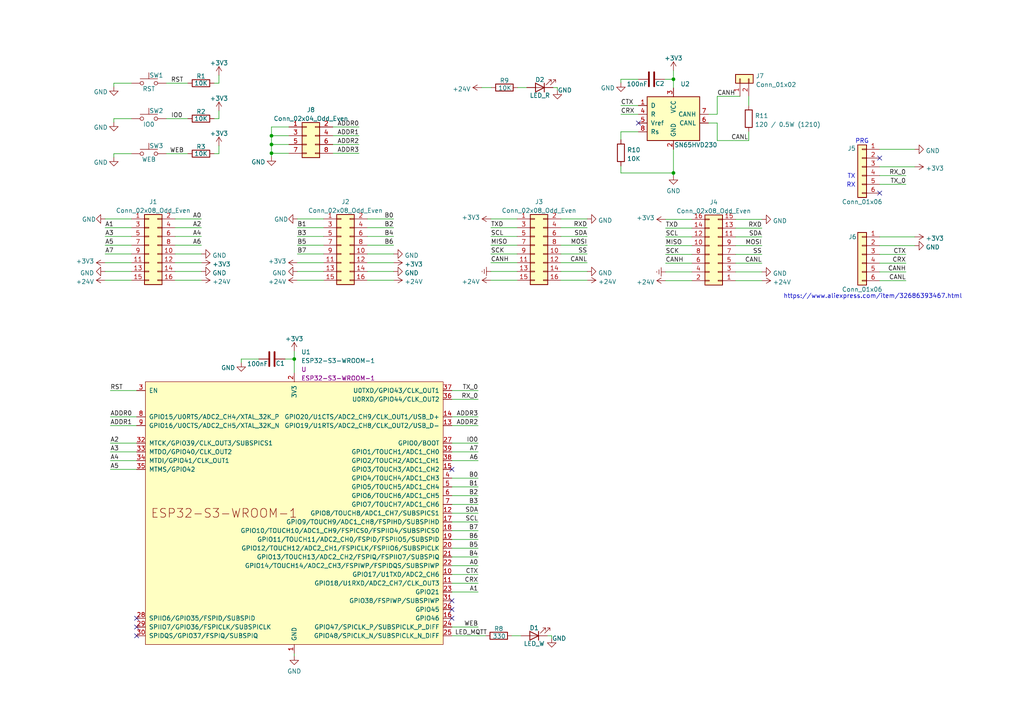
<source format=kicad_sch>
(kicad_sch (version 20211123) (generator eeschema)
  (paper "A4")
  (title_block (title "dvert") (date "2023-06-28") (rev "2.1") (company "www.iotvertebrae.com") (comment 1 "Mechanical design: Xavier Pi") (comment 2 "Circuit & PCB design: Jordi Binefa"))
  (lib_symbols
    (symbol "Connector_Generic:Conn_01x02" (pin_names (offset 1.016) hide)
      (property "Reference" "J" (at 0 2.54 0))
      (property "Value" "Conn_01x02" (at 0 -5.08 0))
      (symbol "Conn_01x02_1_1"
        (rectangle (start -1.27 -2.413) (end 0 -2.667) (stroke (width 0.1524)))
        (rectangle (start -1.27 0.127) (end 0 -0.127) (stroke (width 0.1524)))
        (rectangle (start -1.27 1.27) (end 1.27 -3.81) (stroke (width 0.254)) (fill (type background)))
        (pin passive line (at -5.08 0 0) (length 3.81) (name "Pin_1") (number "1"))
        (pin passive line (at -5.08 -2.54 0) (length 3.81) (name "Pin_2") (number "2"))
      )
    )
    (symbol "Connector_Generic:Conn_01x06" (pin_names (offset 1.016) hide)
      (property "Reference" "J" (at 0 7.62 0))
      (property "Value" "Conn_01x06" (at 0 -10.16 0))
      (symbol "Conn_01x06_1_1"
        (rectangle (start -1.27 -7.493) (end 0 -7.747) (stroke (width 0.1524)))
        (rectangle (start -1.27 -4.953) (end 0 -5.207) (stroke (width 0.1524)))
        (rectangle (start -1.27 -2.413) (end 0 -2.667) (stroke (width 0.1524)))
        (rectangle (start -1.27 0.127) (end 0 -0.127) (stroke (width 0.1524)))
        (rectangle (start -1.27 2.667) (end 0 2.413) (stroke (width 0.1524)))
        (rectangle (start -1.27 5.207) (end 0 4.953) (stroke (width 0.1524)))
        (rectangle (start -1.27 6.35) (end 1.27 -8.89) (stroke (width 0.254)) (fill (type background)))
        (pin passive line (at -5.08 5.08 0) (length 3.81) (name "Pin_1") (number "1"))
        (pin passive line (at -5.08 2.54 0) (length 3.81) (name "Pin_2") (number "2"))
        (pin passive line (at -5.08 0 0) (length 3.81) (name "Pin_3") (number "3"))
        (pin passive line (at -5.08 -2.54 0) (length 3.81) (name "Pin_4") (number "4"))
        (pin passive line (at -5.08 -5.08 0) (length 3.81) (name "Pin_5") (number "5"))
        (pin passive line (at -5.08 -7.62 0) (length 3.81) (name "Pin_6") (number "6"))
      )
    )
    (symbol "Connector_Generic:Conn_02x04_Odd_Even" (pin_names (offset 1.016) hide)
      (property "Reference" "J" (at 1.27 5.08 0))
      (property "Value" "Conn_02x04_Odd_Even" (at 1.27 -7.62 0))
      (symbol "Conn_02x04_Odd_Even_1_1"
        (rectangle (start -1.27 -4.953) (end 0 -5.207) (stroke (width 0.1524)))
        (rectangle (start -1.27 -2.413) (end 0 -2.667) (stroke (width 0.1524)))
        (rectangle (start -1.27 0.127) (end 0 -0.127) (stroke (width 0.1524)))
        (rectangle (start -1.27 2.667) (end 0 2.413) (stroke (width 0.1524)))
        (rectangle (start -1.27 3.81) (end 3.81 -6.35) (stroke (width 0.254)) (fill (type background)))
        (rectangle (start 3.81 -4.953) (end 2.54 -5.207) (stroke (width 0.1524)))
        (rectangle (start 3.81 -2.413) (end 2.54 -2.667) (stroke (width 0.1524)))
        (rectangle (start 3.81 0.127) (end 2.54 -0.127) (stroke (width 0.1524)))
        (rectangle (start 3.81 2.667) (end 2.54 2.413) (stroke (width 0.1524)))
        (pin passive line (at -5.08 2.54 0) (length 3.81) (name "Pin_1") (number "1"))
        (pin passive line (at 7.62 2.54 180) (length 3.81) (name "Pin_2") (number "2"))
        (pin passive line (at -5.08 0 0) (length 3.81) (name "Pin_3") (number "3"))
        (pin passive line (at 7.62 0 180) (length 3.81) (name "Pin_4") (number "4"))
        (pin passive line (at -5.08 -2.54 0) (length 3.81) (name "Pin_5") (number "5"))
        (pin passive line (at 7.62 -2.54 180) (length 3.81) (name "Pin_6") (number "6"))
        (pin passive line (at -5.08 -5.08 0) (length 3.81) (name "Pin_7") (number "7"))
        (pin passive line (at 7.62 -5.08 180) (length 3.81) (name "Pin_8") (number "8"))
      )
    )
    (symbol "Connector_Generic:Conn_02x08_Odd_Even" (pin_names (offset 1.016) hide)
      (property "Reference" "J" (at 1.27 10.16 0))
      (property "Value" "Conn_02x08_Odd_Even" (at 1.27 -12.7 0))
      (symbol "Conn_02x08_Odd_Even_1_1"
        (rectangle (start -1.27 -10.033) (end 0 -10.287) (stroke (width 0.1524)))
        (rectangle (start -1.27 -7.493) (end 0 -7.747) (stroke (width 0.1524)))
        (rectangle (start -1.27 -4.953) (end 0 -5.207) (stroke (width 0.1524)))
        (rectangle (start -1.27 -2.413) (end 0 -2.667) (stroke (width 0.1524)))
        (rectangle (start -1.27 0.127) (end 0 -0.127) (stroke (width 0.1524)))
        (rectangle (start -1.27 2.667) (end 0 2.413) (stroke (width 0.1524)))
        (rectangle (start -1.27 5.207) (end 0 4.953) (stroke (width 0.1524)))
        (rectangle (start -1.27 7.747) (end 0 7.493) (stroke (width 0.1524)))
        (rectangle (start -1.27 8.89) (end 3.81 -11.43) (stroke (width 0.254)) (fill (type background)))
        (rectangle (start 3.81 -10.033) (end 2.54 -10.287) (stroke (width 0.1524)))
        (rectangle (start 3.81 -7.493) (end 2.54 -7.747) (stroke (width 0.1524)))
        (rectangle (start 3.81 -4.953) (end 2.54 -5.207) (stroke (width 0.1524)))
        (rectangle (start 3.81 -2.413) (end 2.54 -2.667) (stroke (width 0.1524)))
        (rectangle (start 3.81 0.127) (end 2.54 -0.127) (stroke (width 0.1524)))
        (rectangle (start 3.81 2.667) (end 2.54 2.413) (stroke (width 0.1524)))
        (rectangle (start 3.81 5.207) (end 2.54 4.953) (stroke (width 0.1524)))
        (rectangle (start 3.81 7.747) (end 2.54 7.493) (stroke (width 0.1524)))
        (pin passive line (at -5.08 7.62 0) (length 3.81) (name "Pin_1") (number "1"))
        (pin passive line (at 7.62 -2.54 180) (length 3.81) (name "Pin_10") (number "10"))
        (pin passive line (at -5.08 -5.08 0) (length 3.81) (name "Pin_11") (number "11"))
        (pin passive line (at 7.62 -5.08 180) (length 3.81) (name "Pin_12") (number "12"))
        (pin passive line (at -5.08 -7.62 0) (length 3.81) (name "Pin_13") (number "13"))
        (pin passive line (at 7.62 -7.62 180) (length 3.81) (name "Pin_14") (number "14"))
        (pin passive line (at -5.08 -10.16 0) (length 3.81) (name "Pin_15") (number "15"))
        (pin passive line (at 7.62 -10.16 180) (length 3.81) (name "Pin_16") (number "16"))
        (pin passive line (at 7.62 7.62 180) (length 3.81) (name "Pin_2") (number "2"))
        (pin passive line (at -5.08 5.08 0) (length 3.81) (name "Pin_3") (number "3"))
        (pin passive line (at 7.62 5.08 180) (length 3.81) (name "Pin_4") (number "4"))
        (pin passive line (at -5.08 2.54 0) (length 3.81) (name "Pin_5") (number "5"))
        (pin passive line (at 7.62 2.54 180) (length 3.81) (name "Pin_6") (number "6"))
        (pin passive line (at -5.08 0 0) (length 3.81) (name "Pin_7") (number "7"))
        (pin passive line (at 7.62 0 180) (length 3.81) (name "Pin_8") (number "8"))
        (pin passive line (at -5.08 -2.54 0) (length 3.81) (name "Pin_9") (number "9"))
      )
    )
    (symbol "Device:C" (pin_numbers hide) (pin_names (offset 0.254))
      (property "Reference" "C" (at 0.635 2.54 0))
      (property "Value" "C" (at 0.635 -2.54 0))
      (symbol "C_0_1"
        (polyline (pts (xy -2.032 -0.762) (xy 2.032 -0.762)) (stroke (width 0.508)))
        (polyline (pts (xy -2.032 0.762) (xy 2.032 0.762)) (stroke (width 0.508)))
      )
      (symbol "C_1_1"
        (pin passive line (at 0 3.81 270) (length 2.794) (name "~") (number "1"))
        (pin passive line (at 0 -3.81 90) (length 2.794) (name "~") (number "2"))
      )
    )
    (symbol "Device:LED" (pin_numbers hide) (pin_names (offset 1.016) hide)
      (property "Reference" "D" (at 0 2.54 0))
      (property "Value" "LED" (at 0 -2.54 0))
      (symbol "LED_0_1"
        (polyline (pts (xy -1.27 -1.27) (xy -1.27 1.27)) (stroke (width 0.254)))
        (polyline (pts (xy -1.27 0) (xy 1.27 0)))
        (polyline (pts (xy 1.27 -1.27) (xy 1.27 1.27) (xy -1.27 0) (xy 1.27 -1.27)) (stroke (width 0.254)))
        (polyline (pts (xy -3.048 -0.762) (xy -4.572 -2.286) (xy -3.81 -2.286) (xy -4.572 -2.286) (xy -4.572 -1.524)))
        (polyline (pts (xy -1.778 -0.762) (xy -3.302 -2.286) (xy -2.54 -2.286) (xy -3.302 -2.286) (xy -3.302 -1.524)))
      )
      (symbol "LED_1_1"
        (pin passive line (at -3.81 0 0) (length 2.54) (name "K") (number "1"))
        (pin passive line (at 3.81 0 180) (length 2.54) (name "A") (number "2"))
      )
    )
    (symbol "Device:R" (pin_numbers hide) (pin_names (offset 0))
      (property "Reference" "R" (at 2.032 0 90))
      (property "Value" "R" (at 0 0 90))
      (symbol "R_0_1"
        (rectangle (start -1.016 -2.54) (end 1.016 2.54) (stroke (width 0.254)))
      )
      (symbol "R_1_1"
        (pin passive line (at 0 3.81 270) (length 1.27) (name "~") (number "1"))
        (pin passive line (at 0 -3.81 90) (length 1.27) (name "~") (number "2"))
      )
    )
    (symbol "Espressif:ESP32-S3-WROOM-1" (pin_names (offset 1.016))
      (property "Value" "ESP32-S3-WROOM-1" (at 0 0 0))
      (property "Reference_1" "U" (at -43.18 43.18 0))
      (property "Value_1" "ESP32-S3-WROOM-1" (at -43.18 40.64 0))
      (symbol "ESP32-S3-WROOM-1_0_0"
        (text "ESP32-S3-WROOM-1" (at -20.32 0 0) (effects (font (size 2.54 2.54))))
        (pin power_in line (at 0 -40.64 90) (length 2.54) (name "GND") (number "1"))
        (pin bidirectional line (at 45.72 -17.78 180) (length 2.54) (name "GPIO17/U1TXD/ADC2_CH6") (number "10"))
        (pin bidirectional line (at 45.72 -20.32 180) (length 2.54) (name "GPIO18/U1RXD/ADC2_CH7/CLK_OUT3") (number "11"))
        (pin bidirectional line (at 45.72 0 180) (length 2.54) (name "GPIO8/TOUCH8/ADC1_CH7/SUBSPICS1") (number "12"))
        (pin bidirectional line (at 45.72 25.4 180) (length 2.54) (name "GPIO19/U1RTS/ADC2_CH8/CLK_OUT2/USB_D-") (number "13"))
        (pin bidirectional line (at 45.72 27.94 180) (length 2.54) (name "GPIO20/U1CTS/ADC2_CH9/CLK_OUT1/USB_D+") (number "14"))
        (pin bidirectional line (at 45.72 12.7 180) (length 2.54) (name "GPIO3/TOUCH3/ADC1_CH2") (number "15"))
        (pin bidirectional line (at 45.72 -30.48 180) (length 2.54) (name "GPIO46") (number "16"))
        (pin bidirectional line (at 45.72 -2.54 180) (length 2.54) (name "GPIO9/TOUCH9/ADC1_CH8/FSPIHD/SUBSPIHD") (number "17"))
        (pin bidirectional line (at 45.72 -5.08 180) (length 2.54) (name "GPIO10/TOUCH10/ADC1_CH9/FSPICS0/FSPIIO4/SUBSPICS0") (number "18"))
        (pin bidirectional line (at 45.72 -7.62 180) (length 2.54) (name "GPIO11/TOUCH11/ADC2_CH0/FSPID/FSPIIO5/SUBSPID") (number "19"))
        (pin power_in line (at 0 40.64 270) (length 2.54) (name "3V3") (number "2"))
        (pin bidirectional line (at 45.72 -10.16 180) (length 2.54) (name "GPIO12/TOUCH12/ADC2_CH1/FSPICLK/FSPIIO6/SUBSPICLK") (number "20"))
        (pin bidirectional line (at 45.72 -12.7 180) (length 2.54) (name "GPIO13/TOUCH13/ADC2_CH2/FSPIQ/FSPIIO7/SUBSPIQ") (number "21"))
        (pin bidirectional line (at 45.72 -15.24 180) (length 2.54) (name "GPIO14/TOUCH14/ADC2_CH3/FSPIWP/FSPIDQS/SUBSPIWP") (number "22"))
        (pin bidirectional line (at 45.72 -22.86 180) (length 2.54) (name "GPIO21") (number "23"))
        (pin bidirectional line (at 45.72 -33.02 180) (length 2.54) (name "GPIO47/SPICLK_P/SUBSPICLK_P_DIFF") (number "24"))
        (pin bidirectional line (at 45.72 -35.56 180) (length 2.54) (name "GPIO48/SPICLK_N/SUBSPICLK_N_DIFF") (number "25"))
        (pin bidirectional line (at 45.72 -27.94 180) (length 2.54) (name "GPIO45") (number "26"))
        (pin bidirectional line (at 45.72 20.32 180) (length 2.54) (name "GPIO0/BOOT") (number "27"))
        (pin bidirectional line (at -45.72 -30.48 0) (length 2.54) (name "SPIIO6/GPIO35/FSPID/SUBSPID") (number "28"))
        (pin bidirectional line (at -45.72 -33.02 0) (length 2.54) (name "SPIIO7/GPIO36/FSPICLK/SUBSPICLK") (number "29"))
        (pin input line (at -45.72 35.56 0) (length 2.54) (name "EN") (number "3"))
        (pin bidirectional line (at -45.72 -35.56 0) (length 2.54) (name "SPIDQS/GPIO37/FSPIQ/SUBSPIQ") (number "30"))
        (pin bidirectional line (at 45.72 -25.4 180) (length 2.54) (name "GPIO38/FSPIWP/SUBSPIWP") (number "31"))
        (pin bidirectional line (at -45.72 20.32 0) (length 2.54) (name "MTCK/GPIO39/CLK_OUT3/SUBSPICS1") (number "32"))
        (pin bidirectional line (at -45.72 17.78 0) (length 2.54) (name "MTDO/GPIO40/CLK_OUT2") (number "33"))
        (pin bidirectional line (at -45.72 15.24 0) (length 2.54) (name "MTDI/GPIO41/CLK_OUT1") (number "34"))
        (pin bidirectional line (at -45.72 12.7 0) (length 2.54) (name "MTMS/GPIO42") (number "35"))
        (pin bidirectional line (at 45.72 33.02 180) (length 2.54) (name "U0RXD/GPIO44/CLK_OUT2") (number "36"))
        (pin bidirectional line (at 45.72 35.56 180) (length 2.54) (name "U0TXD/GPIO43/CLK_OUT1") (number "37"))
        (pin bidirectional line (at 45.72 15.24 180) (length 2.54) (name "GPIO2/TOUCH2/ADC1_CH1") (number "38"))
        (pin bidirectional line (at 45.72 17.78 180) (length 2.54) (name "GPIO1/TOUCH1/ADC1_CH0") (number "39"))
        (pin bidirectional line (at 45.72 10.16 180) (length 2.54) (name "GPIO4/TOUCH4/ADC1_CH3") (number "4"))
        (pin passive line (at 0 -40.64 90) (length 2.54) hide (name "GND") (number "40"))
        (pin passive line (at 0 -40.64 90) (length 2.54) hide (name "GND") (number "41"))
        (pin bidirectional line (at 45.72 7.62 180) (length 2.54) (name "GPIO5/TOUCH5/ADC1_CH4") (number "5"))
        (pin bidirectional line (at 45.72 5.08 180) (length 2.54) (name "GPIO6/TOUCH6/ADC1_CH5") (number "6"))
        (pin bidirectional line (at 45.72 2.54 180) (length 2.54) (name "GPIO7/TOUCH7/ADC1_CH6") (number "7"))
        (pin bidirectional line (at -45.72 27.94 0) (length 2.54) (name "GPIO15/U0RTS/ADC2_CH4/XTAL_32K_P") (number "8"))
        (pin bidirectional line (at -45.72 25.4 0) (length 2.54) (name "GPIO16/U0CTS/ADC2_CH5/XTAL_32K_N") (number "9"))
      )
      (symbol "ESP32-S3-WROOM-1_0_1"
        (rectangle (start -43.18 38.1) (end 43.18 -38.1) (fill (type background)))
      )
    )
    (symbol "Interface_CAN_LIN:SN65HVD230" (pin_names (offset 1.016))
      (property "Reference" "U" (at -2.54 10.16 0))
      (property "Value" "SN65HVD230" (at -2.54 7.62 0))
      (symbol "SN65HVD230_0_1"
        (rectangle (start -7.62 5.08) (end 7.62 -7.62) (stroke (width 0.254)) (fill (type background)))
      )
      (symbol "SN65HVD230_1_1"
        (pin input line (at -10.16 2.54 0) (length 2.54) (name "D") (number "1"))
        (pin power_in line (at 0 -10.16 90) (length 2.54) (name "GND") (number "2"))
        (pin power_in line (at 0 7.62 270) (length 2.54) (name "VCC") (number "3"))
        (pin output line (at -10.16 0 0) (length 2.54) (name "R") (number "4"))
        (pin output line (at -10.16 -2.54 0) (length 2.54) (name "Vref") (number "5"))
        (pin bidirectional line (at 10.16 -2.54 180) (length 2.54) (name "CANL") (number "6"))
        (pin bidirectional line (at 10.16 0 180) (length 2.54) (name "CANH") (number "7"))
        (pin input line (at -10.16 -5.08 0) (length 2.54) (name "Rs") (number "8"))
      )
    )
    (symbol "Switch:SW_Push" (pin_numbers hide) (pin_names (offset 1.016) hide)
      (property "Reference" "SW" (at 1.27 2.54 0))
      (property "Value" "SW_Push" (at 0 -1.524 0))
      (symbol "SW_Push_0_1"
        (circle (center -2.032 0) (radius 0.508))
        (polyline (pts (xy 0 1.27) (xy 0 3.048)))
        (polyline (pts (xy 2.54 1.27) (xy -2.54 1.27)))
        (circle (center 2.032 0) (radius 0.508))
        (pin passive line (at -5.08 0 0) (length 2.54) (name "1") (number "1"))
        (pin passive line (at 5.08 0 180) (length 2.54) (name "2") (number "2"))
      )
    )
    (symbol "power:+24V" (power) (pin_names (offset 0))
      (property "Value" "+24V" (at 0 3.556 0))
      (symbol "+24V_0_1"
        (polyline (pts (xy -0.762 1.27) (xy 0 2.54)))
        (polyline (pts (xy 0 0) (xy 0 2.54)))
        (polyline (pts (xy 0 2.54) (xy 0.762 1.27)))
      )
      (symbol "+24V_1_1"
        (pin power_in line (at 0 0 90) (length 0) hide (name "+24V") (number "1"))
      )
    )
    (symbol "power:+3V3" (power) (pin_names (offset 0))
      (property "Value" "+3V3" (at 0 3.556 0))
      (symbol "+3V3_0_1"
        (polyline (pts (xy -0.762 1.27) (xy 0 2.54)))
        (polyline (pts (xy 0 0) (xy 0 2.54)))
        (polyline (pts (xy 0 2.54) (xy 0.762 1.27)))
      )
      (symbol "+3V3_1_1"
        (pin power_in line (at 0 0 90) (length 0) hide (name "+3V3") (number "1"))
      )
    )
    (symbol "power:Earth" (power) (pin_names (offset 0))
      (symbol "Earth_0_1"
        (polyline (pts (xy -0.635 -1.905) (xy 0.635 -1.905)))
        (polyline (pts (xy -0.127 -2.54) (xy 0.127 -2.54)))
        (polyline (pts (xy 0 -1.27) (xy 0 0)))
        (polyline (pts (xy 1.27 -1.27) (xy -1.27 -1.27)))
      )
      (symbol "Earth_1_1"
        (pin power_in line (at 0 0 270) (length 0) hide (name "Earth") (number "1"))
      )
    )
    (symbol "power:GND" (power) (pin_names (offset 0))
      (property "Value" "GND" (at 0 -3.81 0))
      (symbol "GND_0_1"
        (polyline (pts (xy 0 0) (xy 0 -1.27) (xy 1.27 -1.27) (xy 0 -2.54) (xy -1.27 -1.27) (xy 0 -1.27)))
      )
      (symbol "GND_1_1"
        (pin power_in line (at 0 0 270) (length 0) hide (name "GND") (number "1"))
      )
    )
  )
  (junction (at 195.326 50.165))
  (junction (at 78.74 39.37))
  (junction (at 85.344 104.14))
  (junction (at 78.74 44.45))
  (junction (at 195.326 22.987))
  (junction (at 78.74 41.91))
  (no_connect (at 131.064 136.144))
  (no_connect (at 39.624 179.324))
  (no_connect (at 131.064 174.244))
  (no_connect (at 255.143 45.847))
  (no_connect (at 255.143 56.007))
  (no_connect (at 39.624 184.404))
  (no_connect (at 39.624 181.864))
  (no_connect (at 131.064 176.784))
  (no_connect (at 131.064 179.324))
  (no_connect (at 185.166 35.687))
  (wire (pts (xy 78.74 44.45) (xy 83.82 44.45)))
  (wire (pts (xy 48.26 24.13) (xy 54.483 24.13)))
  (wire (pts (xy 149.987 66.04) (xy 142.367 66.04)))
  (wire (pts (xy 160.02 184.404) (xy 160.02 185.166)))
  (wire (pts (xy 195.326 22.987) (xy 195.326 25.527)))
  (wire (pts (xy 200.66 63.627) (xy 193.04 63.627)))
  (wire (pts (xy 170.307 81.28) (xy 162.687 81.28)))
  (wire (pts (xy 33.02 34.417) (xy 33.02 35.433)))
  (wire (pts (xy 131.064 184.404) (xy 140.843 184.404)))
  (wire (pts (xy 220.98 81.407) (xy 213.36 81.407)))
  (wire (pts (xy 63.5 42.291) (xy 63.5 44.577)))
  (wire (pts (xy 85.344 104.14) (xy 85.344 108.204)))
  (wire (pts (xy 200.66 81.407) (xy 193.04 81.407)))
  (wire (pts (xy 33.02 44.577) (xy 33.02 45.593)))
  (wire (pts (xy 50.8 76.2) (xy 58.42 76.2)))
  (wire (pts (xy 32.004 123.444) (xy 39.624 123.444)))
  (wire (pts (xy 170.307 78.74) (xy 162.687 78.74)))
  (wire (pts (xy 58.42 68.58) (xy 50.8 68.58)))
  (wire (pts (xy 58.42 63.5) (xy 50.8 63.5)))
  (wire (pts (xy 170.307 73.66) (xy 162.687 73.66)))
  (wire (pts (xy 96.52 44.45) (xy 104.14 44.45)))
  (wire (pts (xy 200.66 76.327) (xy 193.04 76.327)))
  (wire (pts (xy 149.987 73.66) (xy 142.367 73.66)))
  (wire (pts (xy 131.064 131.064) (xy 138.684 131.064)))
  (wire (pts (xy 93.853 66.04) (xy 86.233 66.04)))
  (wire (pts (xy 69.977 104.14) (xy 69.977 105.156)))
  (wire (pts (xy 78.74 41.91) (xy 78.74 44.45)))
  (wire (pts (xy 78.74 41.91) (xy 83.82 41.91)))
  (wire (pts (xy 93.853 63.5) (xy 86.233 63.5)))
  (wire (pts (xy 255.143 53.467) (xy 262.763 53.467)))
  (wire (pts (xy 255.143 43.307) (xy 265.303 43.307)))
  (wire (pts (xy 93.853 78.74) (xy 86.233 78.74)))
  (wire (pts (xy 149.987 63.5) (xy 142.367 63.5)))
  (wire (pts (xy 82.677 104.14) (xy 85.344 104.14)))
  (wire (pts (xy 131.064 166.624) (xy 138.684 166.624)))
  (wire (pts (xy 180.086 22.987) (xy 180.086 24.003)))
  (wire (pts (xy 131.064 159.004) (xy 138.684 159.004)))
  (wire (pts (xy 58.42 71.12) (xy 50.8 71.12)))
  (wire (pts (xy 185.166 22.987) (xy 180.086 22.987)))
  (wire (pts (xy 78.74 36.83) (xy 78.74 39.37)))
  (wire (pts (xy 220.98 63.627) (xy 213.36 63.627)))
  (wire (pts (xy 131.064 143.764) (xy 138.684 143.764)))
  (wire (pts (xy 205.486 33.147) (xy 208.026 33.147)))
  (wire (pts (xy 131.064 164.084) (xy 138.684 164.084)))
  (wire (pts (xy 96.52 39.37) (xy 104.14 39.37)))
  (wire (pts (xy 96.52 36.83) (xy 104.14 36.83)))
  (wire (pts (xy 62.103 34.417) (xy 63.5 34.417)))
  (wire (pts (xy 131.064 141.224) (xy 138.684 141.224)))
  (wire (pts (xy 255.143 68.707) (xy 265.303 68.707)))
  (wire (pts (xy 255.143 78.867) (xy 262.763 78.867)))
  (wire (pts (xy 58.42 66.04) (xy 50.8 66.04)))
  (wire (pts (xy 255.143 71.247) (xy 265.303 71.247)))
  (wire (pts (xy 62.103 44.577) (xy 63.5 44.577)))
  (wire (pts (xy 200.66 78.867) (xy 193.04 78.867)))
  (wire (pts (xy 220.98 68.707) (xy 213.36 68.707)))
  (wire (pts (xy 38.1 24.13) (xy 33.02 24.13)))
  (wire (pts (xy 149.987 78.74) (xy 142.367 78.74)))
  (wire (pts (xy 58.42 81.28) (xy 50.8 81.28)))
  (wire (pts (xy 38.1 66.04) (xy 30.48 66.04)))
  (wire (pts (xy 180.086 30.607) (xy 185.166 30.607)))
  (wire (pts (xy 38.1 71.12) (xy 30.48 71.12)))
  (wire (pts (xy 32.004 133.604) (xy 39.624 133.604)))
  (wire (pts (xy 170.307 63.5) (xy 162.687 63.5)))
  (wire (pts (xy 131.064 133.604) (xy 138.684 133.604)))
  (wire (pts (xy 160.401 25.4) (xy 161.671 25.4)))
  (wire (pts (xy 180.086 48.133) (xy 180.086 50.165)))
  (wire (pts (xy 63.5 32.131) (xy 63.5 34.417)))
  (wire (pts (xy 38.1 63.5) (xy 30.48 63.5)))
  (wire (pts (xy 131.064 171.704) (xy 138.684 171.704)))
  (wire (pts (xy 131.064 169.164) (xy 138.684 169.164)))
  (wire (pts (xy 114.173 66.04) (xy 106.553 66.04)))
  (wire (pts (xy 180.086 33.147) (xy 185.166 33.147)))
  (wire (pts (xy 131.064 161.544) (xy 138.684 161.544)))
  (wire (pts (xy 208.026 40.767) (xy 208.026 35.687)))
  (wire (pts (xy 32.004 131.064) (xy 39.624 131.064)))
  (wire (pts (xy 200.66 73.787) (xy 193.04 73.787)))
  (wire (pts (xy 200.66 66.167) (xy 193.04 66.167)))
  (wire (pts (xy 32.004 113.284) (xy 39.624 113.284)))
  (wire (pts (xy 38.1 68.58) (xy 30.48 68.58)))
  (wire (pts (xy 131.064 151.384) (xy 138.684 151.384)))
  (wire (pts (xy 255.143 76.327) (xy 262.763 76.327)))
  (wire (pts (xy 48.26 34.417) (xy 54.483 34.417)))
  (wire (pts (xy 208.026 27.94) (xy 208.026 33.147)))
  (wire (pts (xy 58.42 73.66) (xy 50.8 73.66)))
  (wire (pts (xy 78.74 39.37) (xy 83.82 39.37)))
  (wire (pts (xy 114.173 63.5) (xy 106.553 63.5)))
  (wire (pts (xy 149.987 68.58) (xy 142.367 68.58)))
  (wire (pts (xy 85.344 189.484) (xy 85.344 190.246)))
  (wire (pts (xy 220.98 78.867) (xy 213.36 78.867)))
  (wire (pts (xy 38.1 76.2) (xy 30.48 76.2)))
  (wire (pts (xy 114.173 73.66) (xy 106.553 73.66)))
  (wire (pts (xy 255.143 48.387) (xy 265.303 48.387)))
  (wire (pts (xy 48.26 44.577) (xy 54.483 44.577)))
  (wire (pts (xy 114.173 71.12) (xy 106.553 71.12)))
  (wire (pts (xy 131.064 115.824) (xy 138.684 115.824)))
  (wire (pts (xy 63.5 21.844) (xy 63.5 24.13)))
  (wire (pts (xy 32.004 120.904) (xy 39.624 120.904)))
  (wire (pts (xy 131.064 120.904) (xy 138.684 120.904)))
  (wire (pts (xy 93.853 76.2) (xy 86.233 76.2)))
  (wire (pts (xy 170.307 68.58) (xy 162.687 68.58)))
  (wire (pts (xy 114.173 78.74) (xy 106.553 78.74)))
  (wire (pts (xy 195.326 20.447) (xy 195.326 22.987)))
  (wire (pts (xy 38.1 73.66) (xy 30.48 73.66)))
  (wire (pts (xy 195.326 50.165) (xy 195.326 50.927)))
  (wire (pts (xy 38.1 34.417) (xy 33.02 34.417)))
  (wire (pts (xy 255.143 73.787) (xy 262.763 73.787)))
  (wire (pts (xy 85.344 101.854) (xy 85.344 104.14)))
  (wire (pts (xy 208.026 35.687) (xy 205.486 35.687)))
  (wire (pts (xy 208.026 40.767) (xy 217.17 40.767)))
  (wire (pts (xy 83.82 36.83) (xy 78.74 36.83)))
  (wire (pts (xy 255.143 81.407) (xy 262.763 81.407)))
  (wire (pts (xy 96.52 41.91) (xy 104.14 41.91)))
  (wire (pts (xy 114.173 68.58) (xy 106.553 68.58)))
  (wire (pts (xy 195.326 43.307) (xy 195.326 50.165)))
  (wire (pts (xy 131.064 123.444) (xy 138.684 123.444)))
  (wire (pts (xy 185.166 38.227) (xy 180.086 38.227)))
  (wire (pts (xy 78.74 39.37) (xy 78.74 41.91)))
  (wire (pts (xy 93.853 71.12) (xy 86.233 71.12)))
  (wire (pts (xy 131.064 148.844) (xy 138.684 148.844)))
  (wire (pts (xy 255.143 50.927) (xy 262.763 50.927)))
  (wire (pts (xy 131.064 156.464) (xy 138.684 156.464)))
  (wire (pts (xy 213.36 76.327) (xy 220.98 76.327)))
  (wire (pts (xy 106.553 76.2) (xy 114.173 76.2)))
  (wire (pts (xy 217.17 38.227) (xy 217.17 40.767)))
  (wire (pts (xy 149.987 76.2) (xy 142.367 76.2)))
  (wire (pts (xy 200.66 71.247) (xy 193.04 71.247)))
  (wire (pts (xy 75.057 104.14) (xy 69.977 104.14)))
  (wire (pts (xy 93.853 81.28) (xy 86.233 81.28)))
  (wire (pts (xy 93.853 73.66) (xy 86.233 73.66)))
  (wire (pts (xy 58.42 78.74) (xy 50.8 78.74)))
  (wire (pts (xy 131.064 153.924) (xy 138.684 153.924)))
  (wire (pts (xy 33.02 24.13) (xy 33.02 25.146)))
  (wire (pts (xy 217.17 27.94) (xy 217.17 30.607)))
  (wire (pts (xy 220.98 71.247) (xy 213.36 71.247)))
  (wire (pts (xy 158.75 184.404) (xy 160.02 184.404)))
  (wire (pts (xy 192.786 22.987) (xy 195.326 22.987)))
  (wire (pts (xy 131.064 113.284) (xy 138.684 113.284)))
  (wire (pts (xy 170.307 66.04) (xy 162.687 66.04)))
  (wire (pts (xy 38.1 78.74) (xy 30.48 78.74)))
  (wire (pts (xy 131.064 128.524) (xy 138.684 128.524)))
  (wire (pts (xy 170.307 71.12) (xy 162.687 71.12)))
  (wire (pts (xy 214.63 27.94) (xy 208.026 27.94)))
  (wire (pts (xy 220.98 73.787) (xy 213.36 73.787)))
  (wire (pts (xy 149.987 71.12) (xy 142.367 71.12)))
  (wire (pts (xy 200.66 68.707) (xy 193.04 68.707)))
  (wire (pts (xy 220.98 66.167) (xy 213.36 66.167)))
  (wire (pts (xy 162.687 76.2) (xy 170.307 76.2)))
  (wire (pts (xy 149.987 81.28) (xy 142.367 81.28)))
  (wire (pts (xy 150.114 25.4) (xy 152.781 25.4)))
  (wire (pts (xy 180.086 38.227) (xy 180.086 40.513)))
  (wire (pts (xy 161.671 25.4) (xy 161.671 26.162)))
  (wire (pts (xy 62.103 24.13) (xy 63.5 24.13)))
  (wire (pts (xy 131.064 181.864) (xy 138.684 181.864)))
  (wire (pts (xy 180.086 50.165) (xy 195.326 50.165)))
  (wire (pts (xy 38.1 44.577) (xy 33.02 44.577)))
  (wire (pts (xy 38.1 81.28) (xy 30.48 81.28)))
  (wire (pts (xy 131.064 146.304) (xy 138.684 146.304)))
  (wire (pts (xy 32.004 128.524) (xy 39.624 128.524)))
  (wire (pts (xy 78.74 44.45) (xy 78.74 45.466)))
  (wire (pts (xy 93.853 68.58) (xy 86.233 68.58)))
  (wire (pts (xy 139.7 25.4) (xy 142.494 25.4)))
  (wire (pts (xy 32.004 136.144) (xy 39.624 136.144)))
  (wire (pts (xy 131.064 138.684) (xy 138.684 138.684)))
  (wire (pts (xy 114.173 81.28) (xy 106.553 81.28)))
  (wire (pts (xy 148.463 184.404) (xy 151.13 184.404)))
  (text "RX" (at 245.491 54.483 0) (effects (font (size 1.27 1.27)) (justify left bottom)))
  (text "https://www.aliexpress.com/item/32686393467.html" (at 227.203 86.741 0) (effects (font (size 1.27 1.27)) (justify left bottom)))
  (text "TX" (at 245.745 51.943 0) (effects (font (size 1.27 1.27)) (justify left bottom)))
  (text "PRG" (at 248.031 41.783 0) (effects (font (size 1.27 1.27)) (justify left bottom)))
  (label "SCK" (at 142.367 73.66 0))
  (label "A4" (at 32.004 133.604 0))
  (label "CANH" (at 193.04 76.327 0))
  (label "A5" (at 30.48 71.12 0))
  (label "TXD" (at 193.04 66.167 0))
  (label "RX_0" (at 138.684 115.824 180))
  (label "ADDR0" (at 104.14 36.83 180))
  (label "TXD" (at 142.367 66.04 0))
  (label "SS" (at 220.98 73.787 180))
  (label "CANH" (at 208.026 27.94 0))
  (label "B3" (at 86.233 68.58 0))
  (label "A0" (at 138.684 164.084 180))
  (label "B1" (at 86.233 66.04 0))
  (label "ADDR3" (at 138.684 120.904 180))
  (label "RXD" (at 220.98 66.167 180))
  (label "RST" (at 32.004 113.284 0))
  (label "TX_0" (at 138.684 113.284 180))
  (label "A5" (at 32.004 136.144 0))
  (label "ADDR1" (at 104.14 39.37 180))
  (label "A6" (at 58.42 71.12 180))
  (label "B6" (at 114.173 71.12 180))
  (label "ADDR2" (at 138.684 123.444 180))
  (label "A1" (at 30.48 66.04 0))
  (label "ADDR2" (at 104.14 41.91 180))
  (label "A1" (at 138.684 171.704 180))
  (label "SCL" (at 193.04 68.707 0))
  (label "RST" (at 53.213 24.13 180))
  (label "A3" (at 30.48 68.58 0))
  (label "A3" (at 32.004 131.064 0))
  (label "B5" (at 138.684 159.004 180))
  (label "A2" (at 32.004 128.524 0))
  (label "B4" (at 138.684 161.544 180))
  (label "A0" (at 58.42 63.5 180))
  (label "A2" (at 58.42 66.04 180))
  (label "LED_MQTT" (at 131.953 184.404 0))
  (label "B1" (at 138.684 141.224 180))
  (label "B6" (at 138.684 156.464 180))
  (label "MOSI" (at 170.307 71.12 180))
  (label "WEB" (at 138.684 181.864 180))
  (label "SCK" (at 193.04 73.787 0))
  (label "A7" (at 30.48 73.66 0))
  (label "IO0" (at 138.684 128.524 180))
  (label "B0" (at 138.684 138.684 180))
  (label "ADDR0" (at 32.004 120.904 0))
  (label "B4" (at 114.173 68.58 180))
  (label "CRX" (at 262.763 76.327 180))
  (label "B5" (at 86.233 71.12 0))
  (label "CRX" (at 180.086 33.147 0))
  (label "B0" (at 114.173 63.5 180))
  (label "A7" (at 138.684 131.064 180))
  (label "MISO" (at 142.367 71.12 0))
  (label "MOSI" (at 220.98 71.247 180))
  (label "CRX" (at 138.684 169.164 180))
  (label "SDA" (at 138.684 148.844 180))
  (label "RX_0" (at 262.763 50.927 180))
  (label "RXD" (at 170.307 66.04 180))
  (label "CANH" (at 142.367 76.2 0))
  (label "TX_0" (at 262.763 53.467 180))
  (label "CTX" (at 180.086 30.607 0))
  (label "A6" (at 138.684 133.604 180))
  (label "CANL" (at 170.307 76.2 180))
  (label "ADDR3" (at 104.14 44.45 180))
  (label "MISO" (at 193.04 71.247 0))
  (label "B2" (at 114.173 66.04 180))
  (label "B7" (at 86.233 73.66 0))
  (label "SDA" (at 220.98 68.707 180))
  (label "CTX" (at 262.763 73.787 180))
  (label "A4" (at 58.42 68.58 180))
  (label "SS" (at 170.307 73.66 180))
  (label "IO0" (at 52.959 34.417 180))
  (label "SCL" (at 138.684 151.384 180))
  (label "CANL" (at 220.98 76.327 180))
  (label "CANL" (at 212.09 40.767 0))
  (label "B7" (at 138.684 153.924 180))
  (label "B3" (at 138.684 146.304 180))
  (label "SDA" (at 170.307 68.58 180))
  (label "CANL" (at 262.763 81.407 180))
  (label "CTX" (at 138.684 166.624 180))
  (label "WEB" (at 53.34 44.577 180))
  (label "B2" (at 138.684 143.764 180))
  (label "CANH" (at 262.763 78.867 180))
  (label "SCL" (at 142.367 68.58 0))
  (label "ADDR1" (at 32.004 123.444 0))
  (symbol (lib_id "power:+3V3") (at 63.5 42.291 0) (unit 1)
    (property "Reference" "#PWR014" (effects hide))
    (property "Value" "+3V3" (at 63.5 38.7152 0))
  )
  (symbol (lib_id "power:+3V3") (at 58.42 76.2 270) (unit 1)
    (property "Reference" "#PWR09" (effects hide))
    (property "Value" "+3V3" (at 61.595 76.6338 90) (effects (justify left)))
  )
  (symbol (lib_id "Connector_Generic:Conn_02x04_Odd_Even") (at 88.9 39.37 0) (unit 1)
    (property "Reference" "J8" (at 90.17 31.8602 0))
    (property "Value" "Conn_02x04_Odd_Even" (at 90.17 34.3971 0))
    (property "Footprint" "Connector_PinHeader_2.54mm:PinHeader_2x04_P2.54mm_Vertical" (effects hide))
  )
  (symbol (lib_id "Connector_Generic:Conn_01x06") (at 250.063 48.387 0) (mirror y) (unit 1)
    (property "Reference" "J5" (at 247.015 43.053 0))
    (property "Value" "Conn_01x06" (at 250.063 58.547 0))
    (property "Footprint" "Connector_PinSocket_2.54mm:PinSocket_1x06_P2.54mm_Vertical" (effects hide))
  )
  (symbol (lib_id "power:+3V3") (at 142.367 63.5 90) (unit 1)
    (property "Reference" "#PWR029" (effects hide))
    (property "Value" "+3V3" (at 139.192 63.0662 90) (effects (justify left)))
  )
  (symbol (lib_id "power:+24V") (at 58.42 81.28 270) (unit 1)
    (property "Reference" "#PWR011" (effects hide))
    (property "Value" "+24V" (at 61.595 81.7138 90) (effects (justify left)))
  )
  (symbol (lib_id "power:+3V3") (at 114.173 76.2 270) (unit 1)
    (property "Reference" "#PWR025" (effects hide))
    (property "Value" "+3V3" (at 117.348 76.6338 90) (effects (justify left)))
  )
  (symbol (lib_id "Connector_Generic:Conn_02x08_Odd_Even") (at 43.18 71.12 0) (unit 1)
    (property "Reference" "J1" (at 44.45 58.5302 0))
    (property "Value" "Conn_02x08_Odd_Even" (at 44.45 61.0671 0))
    (property "Footprint" "Connector_IDC:IDC-Header_2x08_P2.54mm_Vertical" (effects hide))
  )
  (symbol (lib_id "Device:C") (at 188.976 22.987 90) (unit 1)
    (property "Reference" "C2" (at 191.389 24.257 90))
    (property "Value" "100nF" (at 184.785 24.384 90))
    (property "Footprint" "Capacitor_SMD:C_0805_2012Metric_Pad1.18x1.45mm_HandSolder" (effects hide))
  )
  (symbol (lib_id "power:GND") (at 33.02 25.146 0) (unit 1)
    (property "Reference" "#PWR05" (effects hide))
    (property "Value" "GND" (at 29.21 26.67 0))
  )
  (symbol (lib_id "power:GND") (at 220.98 78.867 90) (unit 1)
    (property "Reference" "#PWR044" (effects hide))
    (property "Value" "GND" (at 224.155 79.3008 90) (effects (justify right)))
  )
  (symbol (lib_id "power:+24V") (at 86.233 81.28 90) (unit 1)
    (property "Reference" "#PWR022" (effects hide))
    (property "Value" "+24V" (at 83.058 81.7138 90) (effects (justify left)))
  )
  (symbol (lib_id "power:GND") (at 85.344 190.246 0) (unit 1)
    (property "Reference" "#PWR018" (effects hide))
    (property "Value" "GND" (at 85.344 194.6894 0))
  )
  (symbol (lib_id "power:+24V") (at 114.173 81.28 270) (unit 1)
    (property "Reference" "#PWR027" (effects hide))
    (property "Value" "+24V" (at 117.348 81.7138 90) (effects (justify left)))
  )
  (symbol (lib_id "power:Earth") (at 193.04 78.867 270) (unit 1)
    (property "Reference" "#PWR039" (effects hide))
    (property "Value" "Earth" (effects hide))
  )
  (symbol (lib_id "Device:R") (at 146.304 25.4 90) (unit 1)
    (property "Reference" "R9" (at 146.304 23.368 90))
    (property "Value" "10K" (at 146.431 25.527 90))
    (property "Footprint" "Resistor_SMD:R_0805_2012Metric_Pad1.20x1.40mm_HandSolder" (effects hide))
  )
  (symbol (lib_id "power:+24V") (at 139.7 25.4 90) (unit 1)
    (property "Reference" "#PWR028" (effects hide))
    (property "Value" "+24V" (at 136.525 25.8338 90) (effects (justify left)))
  )
  (symbol (lib_id "power:GND") (at 78.74 45.466 0) (unit 1)
    (property "Reference" "#PWR016" (effects hide))
    (property "Value" "GND" (at 74.93 46.99 0))
  )
  (symbol (lib_id "power:+24V") (at 30.48 81.28 90) (unit 1)
    (property "Reference" "#PWR04" (effects hide))
    (property "Value" "+24V" (at 27.305 81.7138 90) (effects (justify left)))
  )
  (symbol (lib_id "power:GND") (at 33.02 45.593 0) (unit 1)
    (property "Reference" "#PWR07" (effects hide))
    (property "Value" "GND" (at 29.21 47.117 0))
  )
  (symbol (lib_id "power:+24V") (at 142.367 81.28 90) (unit 1)
    (property "Reference" "#PWR031" (effects hide))
    (property "Value" "+24V" (at 139.192 81.7138 90) (effects (justify left)))
  )
  (symbol (lib_id "power:GND") (at 160.02 185.166 0) (unit 1)
    (property "Reference" "#PWR032" (effects hide))
    (property "Value" "GND" (at 162.179 185.166 0))
  )
  (symbol (lib_id "Switch:SW_Push") (at 43.18 34.417 0) (unit 1)
    (property "Reference" "SW2" (at 45.339 32.131 0))
    (property "Value" "IO0" (at 43.18 36.068 0))
    (property "Footprint" "Button_Switch_SMD:SW_SPST_CK_RS282G05A3" (effects hide))
  )
  (symbol (lib_id "Device:LED") (at 154.94 184.404 180) (unit 1)
    (property "Reference" "D1" (at 154.94 182.118 0))
    (property "Value" "LED_W" (at 154.94 186.69 0))
    (property "Footprint" "LED_SMD:LED_1206_3216Metric_Pad1.42x1.75mm_HandSolder" (effects hide))
  )
  (symbol (lib_id "power:GND") (at 30.48 78.74 270) (unit 1)
    (property "Reference" "#PWR03" (effects hide))
    (property "Value" "GND" (at 27.3051 79.1738 90) (effects (justify right)))
  )
  (symbol (lib_id "power:GND") (at 86.233 78.74 270) (unit 1)
    (property "Reference" "#PWR021" (effects hide))
    (property "Value" "GND" (at 83.0581 79.1738 90) (effects (justify right)))
  )
  (symbol (lib_id "power:GND") (at 180.086 24.003 0) (unit 1)
    (property "Reference" "#PWR037" (effects hide))
    (property "Value" "GND" (at 176.276 25.527 0))
  )
  (symbol (lib_id "Device:R") (at 58.293 44.577 90) (unit 1)
    (property "Reference" "R3" (at 58.293 42.545 90))
    (property "Value" "10K" (at 58.293 44.577 90))
    (property "Footprint" "Resistor_SMD:R_0805_2012Metric_Pad1.20x1.40mm_HandSolder" (effects hide))
  )
  (symbol (lib_id "power:GND") (at 58.42 78.74 90) (unit 1)
    (property "Reference" "#PWR010" (effects hide))
    (property "Value" "GND" (at 61.595 79.1738 90) (effects (justify right)))
  )
  (symbol (lib_id "power:GND") (at 195.326 50.927 0) (unit 1)
    (property "Reference" "#PWR042" (effects hide))
    (property "Value" "GND" (at 195.326 55.3704 0))
  )
  (symbol (lib_id "Connector_Generic:Conn_02x08_Odd_Even") (at 98.933 71.12 0) (unit 1)
    (property "Reference" "J2" (at 100.203 58.5302 0))
    (property "Value" "Conn_02x08_Odd_Even" (at 100.203 61.0671 0))
    (property "Footprint" "Connector_IDC:IDC-Header_2x08_P2.54mm_Vertical" (effects hide))
  )
  (symbol (lib_id "power:GND") (at 161.671 26.162 0) (unit 1)
    (property "Reference" "#PWR033" (effects hide))
    (property "Value" "GND" (at 163.83 26.162 0))
  )
  (symbol (lib_id "power:GND") (at 114.173 78.74 90) (unit 1)
    (property "Reference" "#PWR026" (effects hide))
    (property "Value" "GND" (at 117.348 79.1738 90) (effects (justify right)))
  )
  (symbol (lib_id "power:GND") (at 30.48 63.5 270) (unit 1)
    (property "Reference" "#PWR01" (effects hide))
    (property "Value" "GND" (at 23.749 63.627 90) (effects (justify left)))
  )
  (symbol (lib_id "Device:R") (at 180.086 44.323 0) (unit 1)
    (property "Reference" "R10" (at 181.864 43.4883 0) (effects (justify left)))
    (property "Value" "10K" (at 181.864 46.0252 0) (effects (justify left)))
    (property "Footprint" "Resistor_SMD:R_0805_2012Metric_Pad1.20x1.40mm_HandSolder" (effects hide))
  )
  (symbol (lib_id "Interface_CAN_LIN:SN65HVD230") (at 195.326 33.147 0) (unit 1)
    (property "Reference" "U2" (at 197.3454 24.3672 0) (effects (justify left)))
    (property "Value" "SN65HVD230" (at 195.58 42.037 0) (effects (justify left)))
    (property "Footprint" "Package_SO:SOIC-8_3.9x4.9mm_P1.27mm" (effects hide))
    (property "Datasheet" "http://www.ti.com/lit/ds/symlink/sn65hvd230.pdf" (effects hide))
  )
  (symbol (lib_id "power:GND") (at 86.233 63.5 270) (unit 1)
    (property "Reference" "#PWR019" (effects hide))
    (property "Value" "GND" (at 79.502 63.627 90) (effects (justify left)))
  )
  (symbol (lib_id "Device:R") (at 217.17 34.417 0) (unit 1)
    (property "Reference" "R11" (at 218.948 33.5823 0) (effects (justify left)))
    (property "Value" "120 / 0.5W (1210)" (at 218.948 36.1192 0) (effects (justify left)))
    (property "Footprint" "Resistor_SMD:R_1210_3225Metric_Pad1.30x2.65mm_HandSolder" (effects hide))
  )
  (symbol (lib_id "power:GND") (at 33.02 35.433 0) (unit 1)
    (property "Reference" "#PWR06" (effects hide))
    (property "Value" "GND" (at 29.21 36.957 0))
  )
  (symbol (lib_id "Switch:SW_Push") (at 43.18 44.577 0) (unit 1)
    (property "Reference" "SW3" (at 45.339 42.291 0))
    (property "Value" "WEB" (at 43.18 46.228 0))
    (property "Footprint" "Button_Switch_SMD:SW_SPST_CK_RS282G05A3" (effects hide))
  )
  (symbol (lib_id "power:+3V3") (at 63.5 21.844 0) (unit 1)
    (property "Reference" "#PWR012" (effects hide))
    (property "Value" "+3V3" (at 63.5 18.2682 0))
  )
  (symbol (lib_id "Espressif:ESP32-S3-WROOM-1") (at 85.344 148.844 0) (unit 1)
    (property "Reference" "U1" (at 87.3634 102.0974 0) (effects (justify left)))
    (property "Value" "ESP32-S3-WROOM-1" (at 87.3634 104.6343 0) (effects (justify left)))
    (property "Footprint" "Espressif:ESP32-S3-WROOM-1U" (effects hide))
    (property "Reference_1" "U" (at 87.3634 107.1712 0) (effects (justify left)))
    (property "Value_1" "ESP32-S3-WROOM-1" (at 87.3634 109.7081 0) (effects (justify left)))
    (property "Footprint_1" "Espressif:ESP32-S3-WROOM-1" (effects hide))
    (property "Datasheet_1" "https://www.espressif.com/sites/default/files/documentation/esp32-s3-wroom-1_wroom-1u_datasheet_en.pdf" (effects hide))
  )
  (symbol (lib_id "Connector_Generic:Conn_02x08_Odd_Even") (at 155.067 71.12 0) (unit 1)
    (property "Reference" "J3" (at 156.337 58.5302 0))
    (property "Value" "Conn_02x08_Odd_Even" (at 156.337 61.0671 0))
    (property "Footprint" "Connector_IDC:IDC-Header_2x08_P2.54mm_Vertical" (effects hide))
  )
  (symbol (lib_id "power:+3V3") (at 265.303 68.707 270) (unit 1)
    (property "Reference" "#PWR048" (effects hide))
    (property "Value" "+3V3" (at 268.478 69.1408 90) (effects (justify left)))
  )
  (symbol (lib_id "power:+3V3") (at 30.48 76.2 90) (unit 1)
    (property "Reference" "#PWR02" (effects hide))
    (property "Value" "+3V3" (at 27.305 75.7662 90) (effects (justify left)))
  )
  (symbol (lib_id "power:GND") (at 58.42 73.66 90) (unit 1)
    (property "Reference" "#PWR08" (effects hide))
    (property "Value" "GND" (at 61.595 74.0938 90) (effects (justify right)))
  )
  (symbol (lib_id "Connector_Generic:Conn_01x06") (at 250.063 73.787 0) (mirror y) (unit 1)
    (property "Reference" "J6" (at 247.269 68.707 0))
    (property "Value" "Conn_01x06" (at 250.063 83.947 0))
    (property "Footprint" "Connector_PinSocket_2.54mm:PinSocket_1x06_P2.54mm_Vertical" (effects hide))
  )
  (symbol (lib_id "Device:LED") (at 156.591 25.4 180) (unit 1)
    (property "Reference" "D2" (at 156.591 23.114 0))
    (property "Value" "LED_R" (at 156.591 27.686 0))
    (property "Footprint" "LED_SMD:LED_1206_3216Metric_Pad1.42x1.75mm_HandSolder" (effects hide))
  )
  (symbol (lib_id "power:Earth") (at 142.367 78.74 270) (unit 1)
    (property "Reference" "#PWR030" (effects hide))
    (property "Value" "Earth" (effects hide))
  )
  (symbol (lib_id "power:+3V3") (at 193.04 63.627 90) (unit 1)
    (property "Reference" "#PWR038" (effects hide))
    (property "Value" "+3V3" (at 189.865 63.1932 90) (effects (justify left)))
  )
  (symbol (lib_id "Connector_Generic:Conn_02x08_Odd_Even") (at 208.28 73.787 180) (unit 1)
    (property "Reference" "J4" (at 207.01 58.6572 0))
    (property "Value" "Conn_02x08_Odd_Even" (at 207.01 61.1941 0))
    (property "Footprint" "Connector_IDC:IDC-Header_2x08_P2.54mm_Vertical" (effects hide))
  )
  (symbol (lib_id "power:+3V3") (at 86.233 76.2 90) (unit 1)
    (property "Reference" "#PWR020" (effects hide))
    (property "Value" "+3V3" (at 83.058 75.7662 90) (effects (justify left)))
  )
  (symbol (lib_id "power:GND") (at 265.303 71.247 90) (unit 1)
    (property "Reference" "#PWR049" (effects hide))
    (property "Value" "GND" (at 268.478 71.6808 90) (effects (justify right)))
  )
  (symbol (lib_id "power:+3V3") (at 265.303 48.387 270) (unit 1)
    (property "Reference" "#PWR047" (effects hide))
    (property "Value" "+3V3" (at 268.478 48.8208 90) (effects (justify left)))
  )
  (symbol (lib_id "power:+3V3") (at 63.5 32.131 0) (unit 1)
    (property "Reference" "#PWR013" (effects hide))
    (property "Value" "+3V3" (at 63.5 28.5552 0))
  )
  (symbol (lib_id "power:+24V") (at 193.04 81.407 90) (unit 1)
    (property "Reference" "#PWR040" (effects hide))
    (property "Value" "+24V" (at 189.865 81.8408 90) (effects (justify left)))
  )
  (symbol (lib_id "Connector_Generic:Conn_01x02") (at 214.63 22.86 90) (unit 1)
    (property "Reference" "J7" (at 219.202 22.0253 90) (effects (justify right)))
    (property "Value" "Conn_01x02" (at 219.202 24.5622 90) (effects (justify right)))
    (property "Footprint" "Connector_PinHeader_2.54mm:PinHeader_1x02_P2.54mm_Vertical" (effects hide))
  )
  (symbol (lib_id "Device:R") (at 58.293 34.417 90) (unit 1)
    (property "Reference" "R2" (at 58.293 32.385 90))
    (property "Value" "10K" (at 58.293 34.417 90))
    (property "Footprint" "Resistor_SMD:R_0805_2012Metric_Pad1.20x1.40mm_HandSolder" (effects hide))
  )
  (symbol (lib_id "power:+3V3") (at 195.326 20.447 0) (unit 1)
    (property "Reference" "#PWR041" (effects hide))
    (property "Value" "+3V3" (at 195.326 16.8712 0))
  )
  (symbol (lib_id "power:+3V3") (at 85.344 101.854 0) (unit 1)
    (property "Reference" "#PWR017" (effects hide))
    (property "Value" "+3V3" (at 85.344 98.2782 0))
  )
  (symbol (lib_id "power:GND") (at 170.307 63.5 90) (unit 1)
    (property "Reference" "#PWR034" (effects hide))
    (property "Value" "GND" (at 173.482 63.9338 90) (effects (justify right)))
  )
  (symbol (lib_id "Switch:SW_Push") (at 43.18 24.13 0) (unit 1)
    (property "Reference" "SW1" (at 45.339 21.844 0))
    (property "Value" "RST" (at 43.18 25.781 0))
    (property "Footprint" "Button_Switch_SMD:SW_SPST_CK_RS282G05A3" (effects hide))
  )
  (symbol (lib_id "power:GND") (at 265.303 43.307 90) (unit 1)
    (property "Reference" "#PWR046" (effects hide))
    (property "Value" "GND" (at 268.478 43.7408 90) (effects (justify right)))
  )
  (symbol (lib_id "Device:C") (at 78.867 104.14 90) (unit 1)
    (property "Reference" "C1" (at 81.28 105.41 90))
    (property "Value" "100nF" (at 74.676 105.537 90))
    (property "Footprint" "Capacitor_SMD:C_0805_2012Metric_Pad1.18x1.45mm_HandSolder" (effects hide))
  )
  (symbol (lib_id "Device:R") (at 144.653 184.404 90) (unit 1)
    (property "Reference" "R8" (at 144.653 182.372 90))
    (property "Value" "330" (at 144.78 184.531 90))
    (property "Footprint" "Resistor_SMD:R_0805_2012Metric_Pad1.20x1.40mm_HandSolder" (effects hide))
  )
  (symbol (lib_id "power:GND") (at 220.98 63.627 90) (unit 1)
    (property "Reference" "#PWR043" (effects hide))
    (property "Value" "GND" (at 224.155 64.0608 90) (effects (justify right)))
  )
  (symbol (lib_id "power:GND") (at 69.977 105.156 0) (unit 1)
    (property "Reference" "#PWR015" (effects hide))
    (property "Value" "GND" (at 66.167 106.68 0))
  )
  (symbol (lib_id "power:GND") (at 114.173 73.66 90) (unit 1)
    (property "Reference" "#PWR024" (effects hide))
    (property "Value" "GND" (at 117.348 74.0938 90) (effects (justify right)))
  )
  (symbol (lib_id "Device:R") (at 58.293 24.13 90) (unit 1)
    (property "Reference" "R1" (at 58.293 22.098 90))
    (property "Value" "10K" (at 58.293 24.13 90))
    (property "Footprint" "Resistor_SMD:R_0805_2012Metric_Pad1.20x1.40mm_HandSolder" (effects hide))
  )
  (symbol (lib_id "power:GND") (at 170.307 78.74 90) (unit 1)
    (property "Reference" "#PWR035" (effects hide))
    (property "Value" "GND" (at 173.482 79.1738 90) (effects (justify right)))
  )
  (symbol (lib_id "power:+24V") (at 170.307 81.28 270) (unit 1)
    (property "Reference" "#PWR036" (effects hide))
    (property "Value" "+24V" (at 173.482 81.7138 90) (effects (justify left)))
  )
  (symbol (lib_id "power:+24V") (at 220.98 81.407 270) (unit 1)
    (property "Reference" "#PWR045" (effects hide))
    (property "Value" "+24V" (at 224.155 81.8408 90) (effects (justify left)))
  )
)
</source>
